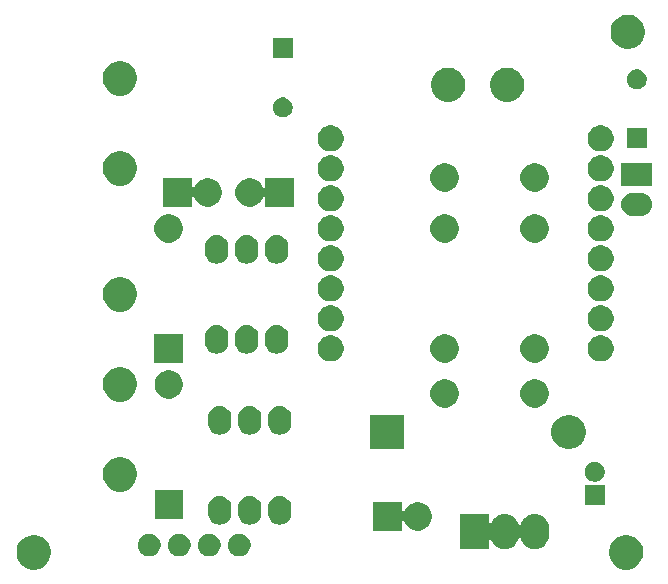
<source format=gbr>
G04 #@! TF.GenerationSoftware,KiCad,Pcbnew,5.0.2-bee76a0~70~ubuntu18.04.1*
G04 #@! TF.CreationDate,2019-09-27T11:54:25+02:00*
G04 #@! TF.ProjectId,Radiateur wemos,52616469-6174-4657-9572-2077656d6f73,rev?*
G04 #@! TF.SameCoordinates,Original*
G04 #@! TF.FileFunction,Soldermask,Bot*
G04 #@! TF.FilePolarity,Negative*
%FSLAX46Y46*%
G04 Gerber Fmt 4.6, Leading zero omitted, Abs format (unit mm)*
G04 Created by KiCad (PCBNEW 5.0.2-bee76a0~70~ubuntu18.04.1) date ven. 27 sept. 2019 11:54:25 CEST*
%MOMM*%
%LPD*%
G01*
G04 APERTURE LIST*
%ADD10C,0.100000*%
G04 APERTURE END LIST*
D10*
G36*
X133899947Y-109095722D02*
X134163833Y-109205027D01*
X134401324Y-109363713D01*
X134603287Y-109565676D01*
X134761973Y-109803167D01*
X134871278Y-110067053D01*
X134927000Y-110347186D01*
X134927000Y-110632814D01*
X134871278Y-110912947D01*
X134761973Y-111176833D01*
X134603287Y-111414324D01*
X134401324Y-111616287D01*
X134163833Y-111774973D01*
X133899947Y-111884278D01*
X133619814Y-111940000D01*
X133334186Y-111940000D01*
X133054053Y-111884278D01*
X132790167Y-111774973D01*
X132552676Y-111616287D01*
X132350713Y-111414324D01*
X132192027Y-111176833D01*
X132082722Y-110912947D01*
X132027000Y-110632814D01*
X132027000Y-110347186D01*
X132082722Y-110067053D01*
X132192027Y-109803167D01*
X132350713Y-109565676D01*
X132552676Y-109363713D01*
X132790167Y-109205027D01*
X133054053Y-109095722D01*
X133334186Y-109040000D01*
X133619814Y-109040000D01*
X133899947Y-109095722D01*
X133899947Y-109095722D01*
G37*
G36*
X83734947Y-109095722D02*
X83998833Y-109205027D01*
X84236324Y-109363713D01*
X84438287Y-109565676D01*
X84596973Y-109803167D01*
X84706278Y-110067053D01*
X84762000Y-110347186D01*
X84762000Y-110632814D01*
X84706278Y-110912947D01*
X84596973Y-111176833D01*
X84438287Y-111414324D01*
X84236324Y-111616287D01*
X83998833Y-111774973D01*
X83734947Y-111884278D01*
X83454814Y-111940000D01*
X83169186Y-111940000D01*
X82889053Y-111884278D01*
X82625167Y-111774973D01*
X82387676Y-111616287D01*
X82185713Y-111414324D01*
X82027027Y-111176833D01*
X81917722Y-110912947D01*
X81862000Y-110632814D01*
X81862000Y-110347186D01*
X81917722Y-110067053D01*
X82027027Y-109803167D01*
X82185713Y-109565676D01*
X82387676Y-109363713D01*
X82625167Y-109205027D01*
X82889053Y-109095722D01*
X83169186Y-109040000D01*
X83454814Y-109040000D01*
X83734947Y-109095722D01*
X83734947Y-109095722D01*
G37*
G36*
X100991603Y-108929968D02*
X100991606Y-108929969D01*
X100991605Y-108929969D01*
X101166678Y-109002486D01*
X101166679Y-109002487D01*
X101324241Y-109107767D01*
X101458233Y-109241759D01*
X101458234Y-109241761D01*
X101563514Y-109399322D01*
X101601391Y-109490766D01*
X101636032Y-109574397D01*
X101673000Y-109760250D01*
X101673000Y-109949750D01*
X101636032Y-110135603D01*
X101636031Y-110135605D01*
X101563514Y-110310678D01*
X101563513Y-110310679D01*
X101458233Y-110468241D01*
X101324241Y-110602233D01*
X101278475Y-110632813D01*
X101166678Y-110707514D01*
X101031266Y-110763603D01*
X100991603Y-110780032D01*
X100805750Y-110817000D01*
X100616250Y-110817000D01*
X100430397Y-110780032D01*
X100390734Y-110763603D01*
X100255322Y-110707514D01*
X100143525Y-110632813D01*
X100097759Y-110602233D01*
X99963767Y-110468241D01*
X99858487Y-110310679D01*
X99858486Y-110310678D01*
X99785969Y-110135605D01*
X99785968Y-110135603D01*
X99749000Y-109949750D01*
X99749000Y-109760250D01*
X99785968Y-109574397D01*
X99820609Y-109490766D01*
X99858486Y-109399322D01*
X99963766Y-109241761D01*
X99963767Y-109241759D01*
X100097759Y-109107767D01*
X100255321Y-109002487D01*
X100255322Y-109002486D01*
X100430395Y-108929969D01*
X100430394Y-108929969D01*
X100430397Y-108929968D01*
X100616250Y-108893000D01*
X100805750Y-108893000D01*
X100991603Y-108929968D01*
X100991603Y-108929968D01*
G37*
G36*
X93371603Y-108929968D02*
X93371606Y-108929969D01*
X93371605Y-108929969D01*
X93546678Y-109002486D01*
X93546679Y-109002487D01*
X93704241Y-109107767D01*
X93838233Y-109241759D01*
X93838234Y-109241761D01*
X93943514Y-109399322D01*
X93981391Y-109490766D01*
X94016032Y-109574397D01*
X94053000Y-109760250D01*
X94053000Y-109949750D01*
X94016032Y-110135603D01*
X94016031Y-110135605D01*
X93943514Y-110310678D01*
X93943513Y-110310679D01*
X93838233Y-110468241D01*
X93704241Y-110602233D01*
X93658475Y-110632813D01*
X93546678Y-110707514D01*
X93411266Y-110763603D01*
X93371603Y-110780032D01*
X93185750Y-110817000D01*
X92996250Y-110817000D01*
X92810397Y-110780032D01*
X92770734Y-110763603D01*
X92635322Y-110707514D01*
X92523525Y-110632813D01*
X92477759Y-110602233D01*
X92343767Y-110468241D01*
X92238487Y-110310679D01*
X92238486Y-110310678D01*
X92165969Y-110135605D01*
X92165968Y-110135603D01*
X92129000Y-109949750D01*
X92129000Y-109760250D01*
X92165968Y-109574397D01*
X92200609Y-109490766D01*
X92238486Y-109399322D01*
X92343766Y-109241761D01*
X92343767Y-109241759D01*
X92477759Y-109107767D01*
X92635321Y-109002487D01*
X92635322Y-109002486D01*
X92810395Y-108929969D01*
X92810394Y-108929969D01*
X92810397Y-108929968D01*
X92996250Y-108893000D01*
X93185750Y-108893000D01*
X93371603Y-108929968D01*
X93371603Y-108929968D01*
G37*
G36*
X95911603Y-108929968D02*
X95911606Y-108929969D01*
X95911605Y-108929969D01*
X96086678Y-109002486D01*
X96086679Y-109002487D01*
X96244241Y-109107767D01*
X96378233Y-109241759D01*
X96378234Y-109241761D01*
X96483514Y-109399322D01*
X96521391Y-109490766D01*
X96556032Y-109574397D01*
X96593000Y-109760250D01*
X96593000Y-109949750D01*
X96556032Y-110135603D01*
X96556031Y-110135605D01*
X96483514Y-110310678D01*
X96483513Y-110310679D01*
X96378233Y-110468241D01*
X96244241Y-110602233D01*
X96198475Y-110632813D01*
X96086678Y-110707514D01*
X95951266Y-110763603D01*
X95911603Y-110780032D01*
X95725750Y-110817000D01*
X95536250Y-110817000D01*
X95350397Y-110780032D01*
X95310734Y-110763603D01*
X95175322Y-110707514D01*
X95063525Y-110632813D01*
X95017759Y-110602233D01*
X94883767Y-110468241D01*
X94778487Y-110310679D01*
X94778486Y-110310678D01*
X94705969Y-110135605D01*
X94705968Y-110135603D01*
X94669000Y-109949750D01*
X94669000Y-109760250D01*
X94705968Y-109574397D01*
X94740609Y-109490766D01*
X94778486Y-109399322D01*
X94883766Y-109241761D01*
X94883767Y-109241759D01*
X95017759Y-109107767D01*
X95175321Y-109002487D01*
X95175322Y-109002486D01*
X95350395Y-108929969D01*
X95350394Y-108929969D01*
X95350397Y-108929968D01*
X95536250Y-108893000D01*
X95725750Y-108893000D01*
X95911603Y-108929968D01*
X95911603Y-108929968D01*
G37*
G36*
X98451603Y-108929968D02*
X98451606Y-108929969D01*
X98451605Y-108929969D01*
X98626678Y-109002486D01*
X98626679Y-109002487D01*
X98784241Y-109107767D01*
X98918233Y-109241759D01*
X98918234Y-109241761D01*
X99023514Y-109399322D01*
X99061391Y-109490766D01*
X99096032Y-109574397D01*
X99133000Y-109760250D01*
X99133000Y-109949750D01*
X99096032Y-110135603D01*
X99096031Y-110135605D01*
X99023514Y-110310678D01*
X99023513Y-110310679D01*
X98918233Y-110468241D01*
X98784241Y-110602233D01*
X98738475Y-110632813D01*
X98626678Y-110707514D01*
X98491266Y-110763603D01*
X98451603Y-110780032D01*
X98265750Y-110817000D01*
X98076250Y-110817000D01*
X97890397Y-110780032D01*
X97850734Y-110763603D01*
X97715322Y-110707514D01*
X97603525Y-110632813D01*
X97557759Y-110602233D01*
X97423767Y-110468241D01*
X97318487Y-110310679D01*
X97318486Y-110310678D01*
X97245969Y-110135605D01*
X97245968Y-110135603D01*
X97209000Y-109949750D01*
X97209000Y-109760250D01*
X97245968Y-109574397D01*
X97280609Y-109490766D01*
X97318486Y-109399322D01*
X97423766Y-109241761D01*
X97423767Y-109241759D01*
X97557759Y-109107767D01*
X97715321Y-109002487D01*
X97715322Y-109002486D01*
X97890395Y-108929969D01*
X97890394Y-108929969D01*
X97890397Y-108929968D01*
X98076250Y-108893000D01*
X98265750Y-108893000D01*
X98451603Y-108929968D01*
X98451603Y-108929968D01*
G37*
G36*
X125965240Y-107229363D02*
X126191441Y-107297981D01*
X126191443Y-107297982D01*
X126191446Y-107297983D01*
X126399905Y-107409406D01*
X126399908Y-107409408D01*
X126399909Y-107409409D01*
X126582634Y-107559366D01*
X126582635Y-107559368D01*
X126582637Y-107559369D01*
X126732592Y-107742090D01*
X126844017Y-107950553D01*
X126844017Y-107950554D01*
X126844019Y-107950558D01*
X126912637Y-108176759D01*
X126930000Y-108353050D01*
X126930000Y-109070949D01*
X126912637Y-109247240D01*
X126887250Y-109330929D01*
X126844018Y-109473446D01*
X126732592Y-109681910D01*
X126582634Y-109864634D01*
X126399910Y-110014592D01*
X126191447Y-110126017D01*
X126191444Y-110126018D01*
X126191442Y-110126019D01*
X125965241Y-110194637D01*
X125730000Y-110217806D01*
X125494760Y-110194637D01*
X125268559Y-110126019D01*
X125268557Y-110126018D01*
X125268554Y-110126017D01*
X125060091Y-110014592D01*
X124877367Y-109864634D01*
X124727408Y-109681910D01*
X124615982Y-109473446D01*
X124593497Y-109399322D01*
X124579616Y-109353565D01*
X124570240Y-109330929D01*
X124556626Y-109310555D01*
X124539299Y-109293228D01*
X124518925Y-109279614D01*
X124496286Y-109270236D01*
X124472252Y-109265456D01*
X124447748Y-109265456D01*
X124423715Y-109270236D01*
X124401075Y-109279614D01*
X124380701Y-109293228D01*
X124363374Y-109310555D01*
X124349760Y-109330929D01*
X124340383Y-109353567D01*
X124337305Y-109363713D01*
X124304018Y-109473446D01*
X124192592Y-109681910D01*
X124042634Y-109864634D01*
X123859910Y-110014592D01*
X123651447Y-110126017D01*
X123651444Y-110126018D01*
X123651442Y-110126019D01*
X123425241Y-110194637D01*
X123190000Y-110217806D01*
X122954760Y-110194637D01*
X122728559Y-110126019D01*
X122728557Y-110126018D01*
X122728554Y-110126017D01*
X122520091Y-110014592D01*
X122337367Y-109864634D01*
X122187408Y-109681910D01*
X122085240Y-109490766D01*
X122071626Y-109470391D01*
X122054299Y-109453064D01*
X122033925Y-109439450D01*
X122011286Y-109430073D01*
X121987252Y-109425292D01*
X121962748Y-109425292D01*
X121938715Y-109430072D01*
X121916076Y-109439450D01*
X121895701Y-109453064D01*
X121878374Y-109470391D01*
X121864760Y-109490765D01*
X121855383Y-109513404D01*
X121850602Y-109537438D01*
X121850000Y-109549690D01*
X121850000Y-110212000D01*
X119450000Y-110212000D01*
X119450000Y-107212000D01*
X121850000Y-107212000D01*
X121850000Y-107874311D01*
X121852402Y-107898697D01*
X121859515Y-107922146D01*
X121871066Y-107943757D01*
X121886612Y-107962699D01*
X121905554Y-107978245D01*
X121927165Y-107989796D01*
X121950614Y-107996909D01*
X121975000Y-107999311D01*
X121999386Y-107996909D01*
X122022835Y-107989796D01*
X122044446Y-107978245D01*
X122063388Y-107962699D01*
X122078934Y-107943757D01*
X122085240Y-107933235D01*
X122187406Y-107742095D01*
X122228305Y-107692259D01*
X122337366Y-107559366D01*
X122337368Y-107559365D01*
X122337369Y-107559363D01*
X122520090Y-107409408D01*
X122728553Y-107297983D01*
X122728556Y-107297982D01*
X122728558Y-107297981D01*
X122954759Y-107229363D01*
X123190000Y-107206194D01*
X123425240Y-107229363D01*
X123651441Y-107297981D01*
X123651443Y-107297982D01*
X123651446Y-107297983D01*
X123859905Y-107409406D01*
X123859908Y-107409408D01*
X123859909Y-107409409D01*
X124042634Y-107559366D01*
X124042635Y-107559368D01*
X124042637Y-107559369D01*
X124192592Y-107742090D01*
X124304018Y-107950554D01*
X124307702Y-107962699D01*
X124340384Y-108070435D01*
X124349760Y-108093071D01*
X124363374Y-108113445D01*
X124380701Y-108130772D01*
X124401075Y-108144386D01*
X124423714Y-108153764D01*
X124447748Y-108158544D01*
X124472252Y-108158544D01*
X124496285Y-108153764D01*
X124518925Y-108144386D01*
X124539299Y-108130772D01*
X124556626Y-108113445D01*
X124570240Y-108093071D01*
X124579617Y-108070432D01*
X124615980Y-107950559D01*
X124727406Y-107742095D01*
X124768305Y-107692259D01*
X124877366Y-107559366D01*
X124877368Y-107559365D01*
X124877369Y-107559363D01*
X125060090Y-107409408D01*
X125268553Y-107297983D01*
X125268556Y-107297982D01*
X125268558Y-107297981D01*
X125494759Y-107229363D01*
X125730000Y-107206194D01*
X125965240Y-107229363D01*
X125965240Y-107229363D01*
G37*
G36*
X114484000Y-106912877D02*
X114486402Y-106937263D01*
X114493515Y-106960712D01*
X114505066Y-106982323D01*
X114520612Y-107001265D01*
X114539554Y-107016811D01*
X114561165Y-107028362D01*
X114584614Y-107035475D01*
X114609000Y-107037877D01*
X114633386Y-107035475D01*
X114656835Y-107028362D01*
X114678446Y-107016811D01*
X114697388Y-107001265D01*
X114712934Y-106982323D01*
X114724485Y-106960712D01*
X114760573Y-106873588D01*
X114891901Y-106677042D01*
X115059042Y-106509901D01*
X115255588Y-106378573D01*
X115473974Y-106288115D01*
X115705809Y-106242000D01*
X115942191Y-106242000D01*
X116174026Y-106288115D01*
X116392412Y-106378573D01*
X116588958Y-106509901D01*
X116756099Y-106677042D01*
X116887427Y-106873588D01*
X116977885Y-107091974D01*
X117024000Y-107323809D01*
X117024000Y-107560191D01*
X116977885Y-107792026D01*
X116887427Y-108010412D01*
X116756099Y-108206958D01*
X116588958Y-108374099D01*
X116392412Y-108505427D01*
X116174026Y-108595885D01*
X115942191Y-108642000D01*
X115705809Y-108642000D01*
X115473974Y-108595885D01*
X115255588Y-108505427D01*
X115059042Y-108374099D01*
X114891901Y-108206958D01*
X114760573Y-108010412D01*
X114724485Y-107923288D01*
X114712934Y-107901677D01*
X114697388Y-107882735D01*
X114678446Y-107867189D01*
X114656835Y-107855638D01*
X114633386Y-107848525D01*
X114609000Y-107846123D01*
X114584614Y-107848525D01*
X114561165Y-107855638D01*
X114539554Y-107867189D01*
X114520612Y-107882735D01*
X114505066Y-107901677D01*
X114493515Y-107923288D01*
X114486402Y-107946737D01*
X114484000Y-107971123D01*
X114484000Y-108642000D01*
X112084000Y-108642000D01*
X112084000Y-106242000D01*
X114484000Y-106242000D01*
X114484000Y-106912877D01*
X114484000Y-106912877D01*
G37*
G36*
X101796029Y-105748469D02*
X101796032Y-105748470D01*
X101796033Y-105748470D01*
X101984534Y-105805651D01*
X101984536Y-105805652D01*
X101984539Y-105805653D01*
X102158258Y-105898507D01*
X102310528Y-106023472D01*
X102435491Y-106175740D01*
X102435492Y-106175742D01*
X102528349Y-106349465D01*
X102578260Y-106514000D01*
X102585531Y-106537970D01*
X102600000Y-106684876D01*
X102600000Y-107183123D01*
X102585531Y-107330029D01*
X102585530Y-107330032D01*
X102585530Y-107330033D01*
X102528349Y-107518535D01*
X102528347Y-107518539D01*
X102435493Y-107692258D01*
X102310528Y-107844528D01*
X102158260Y-107969491D01*
X102102471Y-107999311D01*
X101984535Y-108062349D01*
X101796034Y-108119530D01*
X101796033Y-108119530D01*
X101796030Y-108119531D01*
X101600000Y-108138838D01*
X101403971Y-108119531D01*
X101403968Y-108119530D01*
X101403967Y-108119530D01*
X101215466Y-108062349D01*
X101097530Y-107999311D01*
X101041741Y-107969491D01*
X100889473Y-107844528D01*
X100764509Y-107692259D01*
X100671652Y-107518537D01*
X100614469Y-107330030D01*
X100600000Y-107183124D01*
X100600000Y-106684877D01*
X100614469Y-106537971D01*
X100614470Y-106537967D01*
X100671651Y-106349466D01*
X100671652Y-106349464D01*
X100671653Y-106349461D01*
X100764507Y-106175742D01*
X100889472Y-106023472D01*
X101041740Y-105898509D01*
X101215463Y-105805652D01*
X101215465Y-105805651D01*
X101403966Y-105748470D01*
X101403967Y-105748470D01*
X101403970Y-105748469D01*
X101600000Y-105729162D01*
X101796029Y-105748469D01*
X101796029Y-105748469D01*
G37*
G36*
X104336029Y-105748469D02*
X104336032Y-105748470D01*
X104336033Y-105748470D01*
X104524534Y-105805651D01*
X104524536Y-105805652D01*
X104524539Y-105805653D01*
X104698258Y-105898507D01*
X104850528Y-106023472D01*
X104975491Y-106175740D01*
X104975492Y-106175742D01*
X105068349Y-106349465D01*
X105118260Y-106514000D01*
X105125531Y-106537970D01*
X105140000Y-106684876D01*
X105140000Y-107183123D01*
X105125531Y-107330029D01*
X105125530Y-107330032D01*
X105125530Y-107330033D01*
X105068349Y-107518535D01*
X105068347Y-107518539D01*
X104975493Y-107692258D01*
X104850528Y-107844528D01*
X104698260Y-107969491D01*
X104642471Y-107999311D01*
X104524535Y-108062349D01*
X104336034Y-108119530D01*
X104336033Y-108119530D01*
X104336030Y-108119531D01*
X104140000Y-108138838D01*
X103943971Y-108119531D01*
X103943968Y-108119530D01*
X103943967Y-108119530D01*
X103755466Y-108062349D01*
X103637530Y-107999311D01*
X103581741Y-107969491D01*
X103429473Y-107844528D01*
X103304509Y-107692259D01*
X103211652Y-107518537D01*
X103154469Y-107330030D01*
X103140000Y-107183124D01*
X103140000Y-106684877D01*
X103154469Y-106537971D01*
X103154470Y-106537967D01*
X103211651Y-106349466D01*
X103211652Y-106349464D01*
X103211653Y-106349461D01*
X103304507Y-106175742D01*
X103429472Y-106023472D01*
X103581740Y-105898509D01*
X103755463Y-105805652D01*
X103755465Y-105805651D01*
X103943966Y-105748470D01*
X103943967Y-105748470D01*
X103943970Y-105748469D01*
X104140000Y-105729162D01*
X104336029Y-105748469D01*
X104336029Y-105748469D01*
G37*
G36*
X99256029Y-105748469D02*
X99256032Y-105748470D01*
X99256033Y-105748470D01*
X99444534Y-105805651D01*
X99444536Y-105805652D01*
X99444539Y-105805653D01*
X99618258Y-105898507D01*
X99770528Y-106023472D01*
X99895491Y-106175740D01*
X99895492Y-106175742D01*
X99988349Y-106349465D01*
X100038260Y-106514000D01*
X100045531Y-106537970D01*
X100060000Y-106684876D01*
X100060000Y-107183123D01*
X100045531Y-107330029D01*
X100045530Y-107330032D01*
X100045530Y-107330033D01*
X99988349Y-107518535D01*
X99988347Y-107518539D01*
X99895493Y-107692258D01*
X99770528Y-107844528D01*
X99618260Y-107969491D01*
X99562471Y-107999311D01*
X99444535Y-108062349D01*
X99256034Y-108119530D01*
X99256033Y-108119530D01*
X99256030Y-108119531D01*
X99060000Y-108138838D01*
X98863971Y-108119531D01*
X98863968Y-108119530D01*
X98863967Y-108119530D01*
X98675466Y-108062349D01*
X98557530Y-107999311D01*
X98501741Y-107969491D01*
X98349473Y-107844528D01*
X98224509Y-107692259D01*
X98131652Y-107518537D01*
X98074469Y-107330030D01*
X98060000Y-107183124D01*
X98060000Y-106684877D01*
X98074469Y-106537971D01*
X98074470Y-106537967D01*
X98131651Y-106349466D01*
X98131652Y-106349464D01*
X98131653Y-106349461D01*
X98224507Y-106175742D01*
X98349472Y-106023472D01*
X98501740Y-105898509D01*
X98675463Y-105805652D01*
X98675465Y-105805651D01*
X98863966Y-105748470D01*
X98863967Y-105748470D01*
X98863970Y-105748469D01*
X99060000Y-105729162D01*
X99256029Y-105748469D01*
X99256029Y-105748469D01*
G37*
G36*
X95946570Y-107625490D02*
X93547590Y-107625490D01*
X93547590Y-105226510D01*
X95946570Y-105226510D01*
X95946570Y-107625490D01*
X95946570Y-107625490D01*
G37*
G36*
X131660000Y-106514000D02*
X129960000Y-106514000D01*
X129960000Y-104814000D01*
X131660000Y-104814000D01*
X131660000Y-106514000D01*
X131660000Y-106514000D01*
G37*
G36*
X91036947Y-102491722D02*
X91300833Y-102601027D01*
X91538324Y-102759713D01*
X91740287Y-102961676D01*
X91898973Y-103199167D01*
X92008278Y-103463053D01*
X92064000Y-103743186D01*
X92064000Y-104028814D01*
X92008278Y-104308947D01*
X91898973Y-104572833D01*
X91740287Y-104810324D01*
X91538324Y-105012287D01*
X91300833Y-105170973D01*
X91036947Y-105280278D01*
X90756814Y-105336000D01*
X90471186Y-105336000D01*
X90191053Y-105280278D01*
X89927167Y-105170973D01*
X89689676Y-105012287D01*
X89487713Y-104810324D01*
X89329027Y-104572833D01*
X89219722Y-104308947D01*
X89164000Y-104028814D01*
X89164000Y-103743186D01*
X89219722Y-103463053D01*
X89329027Y-103199167D01*
X89487713Y-102961676D01*
X89689676Y-102759713D01*
X89927167Y-102601027D01*
X90191053Y-102491722D01*
X90471186Y-102436000D01*
X90756814Y-102436000D01*
X91036947Y-102491722D01*
X91036947Y-102491722D01*
G37*
G36*
X131057934Y-102846664D02*
X131212627Y-102910740D01*
X131351847Y-103003764D01*
X131470236Y-103122153D01*
X131563260Y-103261373D01*
X131627336Y-103416066D01*
X131660000Y-103580281D01*
X131660000Y-103747719D01*
X131627336Y-103911934D01*
X131563260Y-104066627D01*
X131470236Y-104205847D01*
X131351847Y-104324236D01*
X131212627Y-104417260D01*
X131057934Y-104481336D01*
X130893719Y-104514000D01*
X130726281Y-104514000D01*
X130562066Y-104481336D01*
X130407373Y-104417260D01*
X130268153Y-104324236D01*
X130149764Y-104205847D01*
X130056740Y-104066627D01*
X129992664Y-103911934D01*
X129960000Y-103747719D01*
X129960000Y-103580281D01*
X129992664Y-103416066D01*
X130056740Y-103261373D01*
X130149764Y-103122153D01*
X130268153Y-103003764D01*
X130407373Y-102910740D01*
X130562066Y-102846664D01*
X130726281Y-102814000D01*
X130893719Y-102814000D01*
X131057934Y-102846664D01*
X131057934Y-102846664D01*
G37*
G36*
X114654000Y-101748000D02*
X111754000Y-101748000D01*
X111754000Y-98848000D01*
X114654000Y-98848000D01*
X114654000Y-101748000D01*
X114654000Y-101748000D01*
G37*
G36*
X129026947Y-98903722D02*
X129290833Y-99013027D01*
X129528324Y-99171713D01*
X129730287Y-99373676D01*
X129888973Y-99611167D01*
X129998278Y-99875053D01*
X130054000Y-100155186D01*
X130054000Y-100440814D01*
X129998278Y-100720947D01*
X129888973Y-100984833D01*
X129730287Y-101222324D01*
X129528324Y-101424287D01*
X129290833Y-101582973D01*
X129026947Y-101692278D01*
X128746814Y-101748000D01*
X128461186Y-101748000D01*
X128181053Y-101692278D01*
X127917167Y-101582973D01*
X127679676Y-101424287D01*
X127477713Y-101222324D01*
X127319027Y-100984833D01*
X127209722Y-100720947D01*
X127154000Y-100440814D01*
X127154000Y-100155186D01*
X127209722Y-99875053D01*
X127319027Y-99611167D01*
X127477713Y-99373676D01*
X127679676Y-99171713D01*
X127917167Y-99013027D01*
X128181053Y-98903722D01*
X128461186Y-98848000D01*
X128746814Y-98848000D01*
X129026947Y-98903722D01*
X129026947Y-98903722D01*
G37*
G36*
X99256029Y-98128469D02*
X99256032Y-98128470D01*
X99256033Y-98128470D01*
X99444534Y-98185651D01*
X99444536Y-98185652D01*
X99444539Y-98185653D01*
X99618258Y-98278507D01*
X99770528Y-98403472D01*
X99895491Y-98555740D01*
X99988348Y-98729463D01*
X100045531Y-98917970D01*
X100060000Y-99064876D01*
X100060000Y-99563123D01*
X100045531Y-99710029D01*
X100045530Y-99710032D01*
X100045530Y-99710033D01*
X99988349Y-99898535D01*
X99988347Y-99898539D01*
X99895493Y-100072258D01*
X99770528Y-100224528D01*
X99618260Y-100349491D01*
X99618258Y-100349492D01*
X99444535Y-100442349D01*
X99256034Y-100499530D01*
X99256033Y-100499530D01*
X99256030Y-100499531D01*
X99060000Y-100518838D01*
X98863971Y-100499531D01*
X98863968Y-100499530D01*
X98863967Y-100499530D01*
X98675466Y-100442349D01*
X98501743Y-100349492D01*
X98501741Y-100349491D01*
X98349473Y-100224528D01*
X98224509Y-100072259D01*
X98131652Y-99898537D01*
X98124528Y-99875051D01*
X98074470Y-99710034D01*
X98074470Y-99710033D01*
X98074469Y-99710030D01*
X98060000Y-99563124D01*
X98060000Y-99064877D01*
X98074469Y-98917971D01*
X98074470Y-98917967D01*
X98131651Y-98729466D01*
X98131652Y-98729464D01*
X98131653Y-98729461D01*
X98224507Y-98555742D01*
X98349472Y-98403472D01*
X98501740Y-98278509D01*
X98675463Y-98185652D01*
X98675465Y-98185651D01*
X98863966Y-98128470D01*
X98863967Y-98128470D01*
X98863970Y-98128469D01*
X99060000Y-98109162D01*
X99256029Y-98128469D01*
X99256029Y-98128469D01*
G37*
G36*
X104336029Y-98128469D02*
X104336032Y-98128470D01*
X104336033Y-98128470D01*
X104524534Y-98185651D01*
X104524536Y-98185652D01*
X104524539Y-98185653D01*
X104698258Y-98278507D01*
X104850528Y-98403472D01*
X104975491Y-98555740D01*
X105068348Y-98729463D01*
X105125531Y-98917970D01*
X105140000Y-99064876D01*
X105140000Y-99563123D01*
X105125531Y-99710029D01*
X105125530Y-99710032D01*
X105125530Y-99710033D01*
X105068349Y-99898535D01*
X105068347Y-99898539D01*
X104975493Y-100072258D01*
X104850528Y-100224528D01*
X104698260Y-100349491D01*
X104698258Y-100349492D01*
X104524535Y-100442349D01*
X104336034Y-100499530D01*
X104336033Y-100499530D01*
X104336030Y-100499531D01*
X104140000Y-100518838D01*
X103943971Y-100499531D01*
X103943968Y-100499530D01*
X103943967Y-100499530D01*
X103755466Y-100442349D01*
X103581743Y-100349492D01*
X103581741Y-100349491D01*
X103429473Y-100224528D01*
X103304509Y-100072259D01*
X103211652Y-99898537D01*
X103204528Y-99875051D01*
X103154470Y-99710034D01*
X103154470Y-99710033D01*
X103154469Y-99710030D01*
X103140000Y-99563124D01*
X103140000Y-99064877D01*
X103154469Y-98917971D01*
X103154470Y-98917967D01*
X103211651Y-98729466D01*
X103211652Y-98729464D01*
X103211653Y-98729461D01*
X103304507Y-98555742D01*
X103429472Y-98403472D01*
X103581740Y-98278509D01*
X103755463Y-98185652D01*
X103755465Y-98185651D01*
X103943966Y-98128470D01*
X103943967Y-98128470D01*
X103943970Y-98128469D01*
X104140000Y-98109162D01*
X104336029Y-98128469D01*
X104336029Y-98128469D01*
G37*
G36*
X101796029Y-98128469D02*
X101796032Y-98128470D01*
X101796033Y-98128470D01*
X101984534Y-98185651D01*
X101984536Y-98185652D01*
X101984539Y-98185653D01*
X102158258Y-98278507D01*
X102310528Y-98403472D01*
X102435491Y-98555740D01*
X102528348Y-98729463D01*
X102585531Y-98917970D01*
X102600000Y-99064876D01*
X102600000Y-99563123D01*
X102585531Y-99710029D01*
X102585530Y-99710032D01*
X102585530Y-99710033D01*
X102528349Y-99898535D01*
X102528347Y-99898539D01*
X102435493Y-100072258D01*
X102310528Y-100224528D01*
X102158260Y-100349491D01*
X102158258Y-100349492D01*
X101984535Y-100442349D01*
X101796034Y-100499530D01*
X101796033Y-100499530D01*
X101796030Y-100499531D01*
X101600000Y-100518838D01*
X101403971Y-100499531D01*
X101403968Y-100499530D01*
X101403967Y-100499530D01*
X101215466Y-100442349D01*
X101041743Y-100349492D01*
X101041741Y-100349491D01*
X100889473Y-100224528D01*
X100764509Y-100072259D01*
X100671652Y-99898537D01*
X100664528Y-99875051D01*
X100614470Y-99710034D01*
X100614470Y-99710033D01*
X100614469Y-99710030D01*
X100600000Y-99563124D01*
X100600000Y-99064877D01*
X100614469Y-98917971D01*
X100614470Y-98917967D01*
X100671651Y-98729466D01*
X100671652Y-98729464D01*
X100671653Y-98729461D01*
X100764507Y-98555742D01*
X100889472Y-98403472D01*
X101041740Y-98278509D01*
X101215463Y-98185652D01*
X101215465Y-98185651D01*
X101403966Y-98128470D01*
X101403967Y-98128470D01*
X101403970Y-98128469D01*
X101600000Y-98109162D01*
X101796029Y-98128469D01*
X101796029Y-98128469D01*
G37*
G36*
X126079876Y-95874605D02*
X126298172Y-95965026D01*
X126494633Y-96096297D01*
X126661703Y-96263367D01*
X126792974Y-96459828D01*
X126883395Y-96678124D01*
X126929490Y-96909859D01*
X126929490Y-97146141D01*
X126883395Y-97377876D01*
X126792974Y-97596172D01*
X126661703Y-97792633D01*
X126494633Y-97959703D01*
X126298172Y-98090974D01*
X126079876Y-98181395D01*
X125848141Y-98227490D01*
X125611859Y-98227490D01*
X125380124Y-98181395D01*
X125161828Y-98090974D01*
X124965367Y-97959703D01*
X124798297Y-97792633D01*
X124667026Y-97596172D01*
X124576605Y-97377876D01*
X124530510Y-97146141D01*
X124530510Y-96909859D01*
X124576605Y-96678124D01*
X124667026Y-96459828D01*
X124798297Y-96263367D01*
X124965367Y-96096297D01*
X125161828Y-95965026D01*
X125380124Y-95874605D01*
X125611859Y-95828510D01*
X125848141Y-95828510D01*
X126079876Y-95874605D01*
X126079876Y-95874605D01*
G37*
G36*
X118459876Y-95874605D02*
X118678172Y-95965026D01*
X118874633Y-96096297D01*
X119041703Y-96263367D01*
X119172974Y-96459828D01*
X119263395Y-96678124D01*
X119309490Y-96909859D01*
X119309490Y-97146141D01*
X119263395Y-97377876D01*
X119172974Y-97596172D01*
X119041703Y-97792633D01*
X118874633Y-97959703D01*
X118678172Y-98090974D01*
X118459876Y-98181395D01*
X118228141Y-98227490D01*
X117991859Y-98227490D01*
X117760124Y-98181395D01*
X117541828Y-98090974D01*
X117345367Y-97959703D01*
X117178297Y-97792633D01*
X117047026Y-97596172D01*
X116956605Y-97377876D01*
X116910510Y-97146141D01*
X116910510Y-96909859D01*
X116956605Y-96678124D01*
X117047026Y-96459828D01*
X117178297Y-96263367D01*
X117345367Y-96096297D01*
X117541828Y-95965026D01*
X117760124Y-95874605D01*
X117991859Y-95828510D01*
X118228141Y-95828510D01*
X118459876Y-95874605D01*
X118459876Y-95874605D01*
G37*
G36*
X91036947Y-94871722D02*
X91300833Y-94981027D01*
X91538324Y-95139713D01*
X91740287Y-95341676D01*
X91898973Y-95579167D01*
X92008278Y-95843053D01*
X92064000Y-96123186D01*
X92064000Y-96408814D01*
X92008278Y-96688947D01*
X91898973Y-96952833D01*
X91740287Y-97190324D01*
X91538324Y-97392287D01*
X91300833Y-97550973D01*
X91036947Y-97660278D01*
X90756814Y-97716000D01*
X90471186Y-97716000D01*
X90191053Y-97660278D01*
X89927167Y-97550973D01*
X89689676Y-97392287D01*
X89487713Y-97190324D01*
X89329027Y-96952833D01*
X89219722Y-96688947D01*
X89164000Y-96408814D01*
X89164000Y-96123186D01*
X89219722Y-95843053D01*
X89329027Y-95579167D01*
X89487713Y-95341676D01*
X89689676Y-95139713D01*
X89927167Y-94981027D01*
X90191053Y-94871722D01*
X90471186Y-94816000D01*
X90756814Y-94816000D01*
X91036947Y-94871722D01*
X91036947Y-94871722D01*
G37*
G36*
X95096956Y-95112605D02*
X95315252Y-95203026D01*
X95511713Y-95334297D01*
X95678783Y-95501367D01*
X95810054Y-95697828D01*
X95900475Y-95916124D01*
X95946570Y-96147859D01*
X95946570Y-96384141D01*
X95900475Y-96615876D01*
X95810054Y-96834172D01*
X95678783Y-97030633D01*
X95511713Y-97197703D01*
X95315252Y-97328974D01*
X95096956Y-97419395D01*
X94865221Y-97465490D01*
X94628939Y-97465490D01*
X94397204Y-97419395D01*
X94178908Y-97328974D01*
X93982447Y-97197703D01*
X93815377Y-97030633D01*
X93684106Y-96834172D01*
X93593685Y-96615876D01*
X93547590Y-96384141D01*
X93547590Y-96147859D01*
X93593685Y-95916124D01*
X93684106Y-95697828D01*
X93815377Y-95501367D01*
X93982447Y-95334297D01*
X94178908Y-95203026D01*
X94397204Y-95112605D01*
X94628939Y-95066510D01*
X94865221Y-95066510D01*
X95096956Y-95112605D01*
X95096956Y-95112605D01*
G37*
G36*
X126079876Y-92064605D02*
X126298172Y-92155026D01*
X126494633Y-92286297D01*
X126661703Y-92453367D01*
X126792974Y-92649828D01*
X126883395Y-92868124D01*
X126929490Y-93099859D01*
X126929490Y-93336141D01*
X126883395Y-93567876D01*
X126792974Y-93786172D01*
X126661703Y-93982633D01*
X126494633Y-94149703D01*
X126298172Y-94280974D01*
X126079876Y-94371395D01*
X125848141Y-94417490D01*
X125611859Y-94417490D01*
X125380124Y-94371395D01*
X125161828Y-94280974D01*
X124965367Y-94149703D01*
X124798297Y-93982633D01*
X124667026Y-93786172D01*
X124576605Y-93567876D01*
X124530510Y-93336141D01*
X124530510Y-93099859D01*
X124576605Y-92868124D01*
X124667026Y-92649828D01*
X124798297Y-92453367D01*
X124965367Y-92286297D01*
X125161828Y-92155026D01*
X125380124Y-92064605D01*
X125611859Y-92018510D01*
X125848141Y-92018510D01*
X126079876Y-92064605D01*
X126079876Y-92064605D01*
G37*
G36*
X95933870Y-94417490D02*
X93534890Y-94417490D01*
X93534890Y-92018510D01*
X95933870Y-92018510D01*
X95933870Y-94417490D01*
X95933870Y-94417490D01*
G37*
G36*
X118459876Y-92064605D02*
X118678172Y-92155026D01*
X118874633Y-92286297D01*
X119041703Y-92453367D01*
X119172974Y-92649828D01*
X119263395Y-92868124D01*
X119309490Y-93099859D01*
X119309490Y-93336141D01*
X119263395Y-93567876D01*
X119172974Y-93786172D01*
X119041703Y-93982633D01*
X118874633Y-94149703D01*
X118678172Y-94280974D01*
X118459876Y-94371395D01*
X118228141Y-94417490D01*
X117991859Y-94417490D01*
X117760124Y-94371395D01*
X117541828Y-94280974D01*
X117345367Y-94149703D01*
X117178297Y-93982633D01*
X117047026Y-93786172D01*
X116956605Y-93567876D01*
X116910510Y-93336141D01*
X116910510Y-93099859D01*
X116956605Y-92868124D01*
X117047026Y-92649828D01*
X117178297Y-92453367D01*
X117345367Y-92286297D01*
X117541828Y-92155026D01*
X117760124Y-92064605D01*
X117991859Y-92018510D01*
X118228141Y-92018510D01*
X118459876Y-92064605D01*
X118459876Y-92064605D01*
G37*
G36*
X108778857Y-92160272D02*
X108979042Y-92243191D01*
X108979045Y-92243193D01*
X109043555Y-92286297D01*
X109159213Y-92363578D01*
X109312422Y-92516787D01*
X109432809Y-92696958D01*
X109515728Y-92897143D01*
X109558000Y-93109658D01*
X109558000Y-93326342D01*
X109515728Y-93538857D01*
X109432809Y-93739042D01*
X109312422Y-93919213D01*
X109159213Y-94072422D01*
X109159210Y-94072424D01*
X109159209Y-94072425D01*
X108979045Y-94192807D01*
X108979042Y-94192809D01*
X108778857Y-94275728D01*
X108566342Y-94318000D01*
X108349658Y-94318000D01*
X108137143Y-94275728D01*
X107936958Y-94192809D01*
X107936955Y-94192807D01*
X107756791Y-94072425D01*
X107756790Y-94072424D01*
X107756787Y-94072422D01*
X107603578Y-93919213D01*
X107483191Y-93739042D01*
X107400272Y-93538857D01*
X107358000Y-93326342D01*
X107358000Y-93109658D01*
X107400272Y-92897143D01*
X107483191Y-92696958D01*
X107603578Y-92516787D01*
X107756787Y-92363578D01*
X107872446Y-92286297D01*
X107936955Y-92243193D01*
X107936958Y-92243191D01*
X108137143Y-92160272D01*
X108349658Y-92118000D01*
X108566342Y-92118000D01*
X108778857Y-92160272D01*
X108778857Y-92160272D01*
G37*
G36*
X131638857Y-92160272D02*
X131839042Y-92243191D01*
X131839045Y-92243193D01*
X131903555Y-92286297D01*
X132019213Y-92363578D01*
X132172422Y-92516787D01*
X132292809Y-92696958D01*
X132375728Y-92897143D01*
X132418000Y-93109658D01*
X132418000Y-93326342D01*
X132375728Y-93538857D01*
X132292809Y-93739042D01*
X132172422Y-93919213D01*
X132019213Y-94072422D01*
X132019210Y-94072424D01*
X132019209Y-94072425D01*
X131839045Y-94192807D01*
X131839042Y-94192809D01*
X131638857Y-94275728D01*
X131426342Y-94318000D01*
X131209658Y-94318000D01*
X130997143Y-94275728D01*
X130796958Y-94192809D01*
X130796955Y-94192807D01*
X130616791Y-94072425D01*
X130616790Y-94072424D01*
X130616787Y-94072422D01*
X130463578Y-93919213D01*
X130343191Y-93739042D01*
X130260272Y-93538857D01*
X130218000Y-93326342D01*
X130218000Y-93109658D01*
X130260272Y-92897143D01*
X130343191Y-92696958D01*
X130463578Y-92516787D01*
X130616787Y-92363578D01*
X130732446Y-92286297D01*
X130796955Y-92243193D01*
X130796958Y-92243191D01*
X130997143Y-92160272D01*
X131209658Y-92118000D01*
X131426342Y-92118000D01*
X131638857Y-92160272D01*
X131638857Y-92160272D01*
G37*
G36*
X99002029Y-91270469D02*
X99002032Y-91270470D01*
X99002033Y-91270470D01*
X99190534Y-91327651D01*
X99190536Y-91327652D01*
X99190539Y-91327653D01*
X99364258Y-91420507D01*
X99516528Y-91545472D01*
X99641491Y-91697740D01*
X99734348Y-91871463D01*
X99791531Y-92059970D01*
X99806000Y-92206876D01*
X99806000Y-92705123D01*
X99791531Y-92852029D01*
X99791530Y-92852032D01*
X99791530Y-92852033D01*
X99734349Y-93040535D01*
X99734347Y-93040539D01*
X99641493Y-93214258D01*
X99516528Y-93366528D01*
X99364260Y-93491491D01*
X99275643Y-93538858D01*
X99190535Y-93584349D01*
X99002034Y-93641530D01*
X99002033Y-93641530D01*
X99002030Y-93641531D01*
X98806000Y-93660838D01*
X98609971Y-93641531D01*
X98609968Y-93641530D01*
X98609967Y-93641530D01*
X98421466Y-93584349D01*
X98336358Y-93538858D01*
X98247741Y-93491491D01*
X98095473Y-93366528D01*
X97970509Y-93214259D01*
X97877652Y-93040537D01*
X97834154Y-92897142D01*
X97820470Y-92852034D01*
X97820470Y-92852033D01*
X97820469Y-92852030D01*
X97806000Y-92705124D01*
X97806000Y-92206877D01*
X97820469Y-92059971D01*
X97820470Y-92059967D01*
X97877651Y-91871466D01*
X97877652Y-91871464D01*
X97877653Y-91871461D01*
X97970507Y-91697742D01*
X98095472Y-91545472D01*
X98247740Y-91420509D01*
X98421463Y-91327652D01*
X98421465Y-91327651D01*
X98609966Y-91270470D01*
X98609967Y-91270470D01*
X98609970Y-91270469D01*
X98806000Y-91251162D01*
X99002029Y-91270469D01*
X99002029Y-91270469D01*
G37*
G36*
X104082029Y-91270469D02*
X104082032Y-91270470D01*
X104082033Y-91270470D01*
X104270534Y-91327651D01*
X104270536Y-91327652D01*
X104270539Y-91327653D01*
X104444258Y-91420507D01*
X104596528Y-91545472D01*
X104721491Y-91697740D01*
X104814348Y-91871463D01*
X104871531Y-92059970D01*
X104886000Y-92206876D01*
X104886000Y-92705123D01*
X104871531Y-92852029D01*
X104871530Y-92852032D01*
X104871530Y-92852033D01*
X104814349Y-93040535D01*
X104814347Y-93040539D01*
X104721493Y-93214258D01*
X104596528Y-93366528D01*
X104444260Y-93491491D01*
X104355643Y-93538858D01*
X104270535Y-93584349D01*
X104082034Y-93641530D01*
X104082033Y-93641530D01*
X104082030Y-93641531D01*
X103886000Y-93660838D01*
X103689971Y-93641531D01*
X103689968Y-93641530D01*
X103689967Y-93641530D01*
X103501466Y-93584349D01*
X103416358Y-93538858D01*
X103327741Y-93491491D01*
X103175473Y-93366528D01*
X103050509Y-93214259D01*
X102957652Y-93040537D01*
X102914154Y-92897142D01*
X102900470Y-92852034D01*
X102900470Y-92852033D01*
X102900469Y-92852030D01*
X102886000Y-92705124D01*
X102886000Y-92206877D01*
X102900469Y-92059971D01*
X102900470Y-92059967D01*
X102957651Y-91871466D01*
X102957652Y-91871464D01*
X102957653Y-91871461D01*
X103050507Y-91697742D01*
X103175472Y-91545472D01*
X103327740Y-91420509D01*
X103501463Y-91327652D01*
X103501465Y-91327651D01*
X103689966Y-91270470D01*
X103689967Y-91270470D01*
X103689970Y-91270469D01*
X103886000Y-91251162D01*
X104082029Y-91270469D01*
X104082029Y-91270469D01*
G37*
G36*
X101542029Y-91270469D02*
X101542032Y-91270470D01*
X101542033Y-91270470D01*
X101730534Y-91327651D01*
X101730536Y-91327652D01*
X101730539Y-91327653D01*
X101904258Y-91420507D01*
X102056528Y-91545472D01*
X102181491Y-91697740D01*
X102274348Y-91871463D01*
X102331531Y-92059970D01*
X102346000Y-92206876D01*
X102346000Y-92705123D01*
X102331531Y-92852029D01*
X102331530Y-92852032D01*
X102331530Y-92852033D01*
X102274349Y-93040535D01*
X102274347Y-93040539D01*
X102181493Y-93214258D01*
X102056528Y-93366528D01*
X101904260Y-93491491D01*
X101815643Y-93538858D01*
X101730535Y-93584349D01*
X101542034Y-93641530D01*
X101542033Y-93641530D01*
X101542030Y-93641531D01*
X101346000Y-93660838D01*
X101149971Y-93641531D01*
X101149968Y-93641530D01*
X101149967Y-93641530D01*
X100961466Y-93584349D01*
X100876358Y-93538858D01*
X100787741Y-93491491D01*
X100635473Y-93366528D01*
X100510509Y-93214259D01*
X100417652Y-93040537D01*
X100374154Y-92897142D01*
X100360470Y-92852034D01*
X100360470Y-92852033D01*
X100360469Y-92852030D01*
X100346000Y-92705124D01*
X100346000Y-92206877D01*
X100360469Y-92059971D01*
X100360470Y-92059967D01*
X100417651Y-91871466D01*
X100417652Y-91871464D01*
X100417653Y-91871461D01*
X100510507Y-91697742D01*
X100635472Y-91545472D01*
X100787740Y-91420509D01*
X100961463Y-91327652D01*
X100961465Y-91327651D01*
X101149966Y-91270470D01*
X101149967Y-91270470D01*
X101149970Y-91270469D01*
X101346000Y-91251162D01*
X101542029Y-91270469D01*
X101542029Y-91270469D01*
G37*
G36*
X108778857Y-89620272D02*
X108979042Y-89703191D01*
X109159213Y-89823578D01*
X109312422Y-89976787D01*
X109432809Y-90156958D01*
X109515728Y-90357143D01*
X109558000Y-90569658D01*
X109558000Y-90786342D01*
X109515728Y-90998857D01*
X109432809Y-91199042D01*
X109432807Y-91199045D01*
X109346874Y-91327653D01*
X109312422Y-91379213D01*
X109159213Y-91532422D01*
X109159210Y-91532424D01*
X109159209Y-91532425D01*
X108979045Y-91652807D01*
X108979042Y-91652809D01*
X108778857Y-91735728D01*
X108566342Y-91778000D01*
X108349658Y-91778000D01*
X108137143Y-91735728D01*
X107936958Y-91652809D01*
X107936955Y-91652807D01*
X107756791Y-91532425D01*
X107756790Y-91532424D01*
X107756787Y-91532422D01*
X107603578Y-91379213D01*
X107569127Y-91327653D01*
X107483193Y-91199045D01*
X107483191Y-91199042D01*
X107400272Y-90998857D01*
X107358000Y-90786342D01*
X107358000Y-90569658D01*
X107400272Y-90357143D01*
X107483191Y-90156958D01*
X107603578Y-89976787D01*
X107756787Y-89823578D01*
X107936958Y-89703191D01*
X108137143Y-89620272D01*
X108349658Y-89578000D01*
X108566342Y-89578000D01*
X108778857Y-89620272D01*
X108778857Y-89620272D01*
G37*
G36*
X131638857Y-89620272D02*
X131839042Y-89703191D01*
X132019213Y-89823578D01*
X132172422Y-89976787D01*
X132292809Y-90156958D01*
X132375728Y-90357143D01*
X132418000Y-90569658D01*
X132418000Y-90786342D01*
X132375728Y-90998857D01*
X132292809Y-91199042D01*
X132292807Y-91199045D01*
X132206874Y-91327653D01*
X132172422Y-91379213D01*
X132019213Y-91532422D01*
X132019210Y-91532424D01*
X132019209Y-91532425D01*
X131839045Y-91652807D01*
X131839042Y-91652809D01*
X131638857Y-91735728D01*
X131426342Y-91778000D01*
X131209658Y-91778000D01*
X130997143Y-91735728D01*
X130796958Y-91652809D01*
X130796955Y-91652807D01*
X130616791Y-91532425D01*
X130616790Y-91532424D01*
X130616787Y-91532422D01*
X130463578Y-91379213D01*
X130429127Y-91327653D01*
X130343193Y-91199045D01*
X130343191Y-91199042D01*
X130260272Y-90998857D01*
X130218000Y-90786342D01*
X130218000Y-90569658D01*
X130260272Y-90357143D01*
X130343191Y-90156958D01*
X130463578Y-89976787D01*
X130616787Y-89823578D01*
X130796958Y-89703191D01*
X130997143Y-89620272D01*
X131209658Y-89578000D01*
X131426342Y-89578000D01*
X131638857Y-89620272D01*
X131638857Y-89620272D01*
G37*
G36*
X91036947Y-87251722D02*
X91300833Y-87361027D01*
X91538324Y-87519713D01*
X91740287Y-87721676D01*
X91898973Y-87959167D01*
X92008278Y-88223053D01*
X92064000Y-88503186D01*
X92064000Y-88788814D01*
X92008278Y-89068947D01*
X91898973Y-89332833D01*
X91740287Y-89570324D01*
X91538324Y-89772287D01*
X91300833Y-89930973D01*
X91036947Y-90040278D01*
X90756814Y-90096000D01*
X90471186Y-90096000D01*
X90191053Y-90040278D01*
X89927167Y-89930973D01*
X89689676Y-89772287D01*
X89487713Y-89570324D01*
X89329027Y-89332833D01*
X89219722Y-89068947D01*
X89164000Y-88788814D01*
X89164000Y-88503186D01*
X89219722Y-88223053D01*
X89329027Y-87959167D01*
X89487713Y-87721676D01*
X89689676Y-87519713D01*
X89927167Y-87361027D01*
X90191053Y-87251722D01*
X90471186Y-87196000D01*
X90756814Y-87196000D01*
X91036947Y-87251722D01*
X91036947Y-87251722D01*
G37*
G36*
X108778857Y-87080272D02*
X108979042Y-87163191D01*
X108979045Y-87163193D01*
X109111538Y-87251722D01*
X109159213Y-87283578D01*
X109312422Y-87436787D01*
X109432809Y-87616958D01*
X109515728Y-87817143D01*
X109558000Y-88029658D01*
X109558000Y-88246342D01*
X109515728Y-88458857D01*
X109432809Y-88659042D01*
X109432807Y-88659045D01*
X109346099Y-88788813D01*
X109312422Y-88839213D01*
X109159213Y-88992422D01*
X108979042Y-89112809D01*
X108778857Y-89195728D01*
X108566342Y-89238000D01*
X108349658Y-89238000D01*
X108137143Y-89195728D01*
X107936958Y-89112809D01*
X107756787Y-88992422D01*
X107603578Y-88839213D01*
X107569902Y-88788813D01*
X107483193Y-88659045D01*
X107483191Y-88659042D01*
X107400272Y-88458857D01*
X107358000Y-88246342D01*
X107358000Y-88029658D01*
X107400272Y-87817143D01*
X107483191Y-87616958D01*
X107603578Y-87436787D01*
X107756787Y-87283578D01*
X107804463Y-87251722D01*
X107936955Y-87163193D01*
X107936958Y-87163191D01*
X108137143Y-87080272D01*
X108349658Y-87038000D01*
X108566342Y-87038000D01*
X108778857Y-87080272D01*
X108778857Y-87080272D01*
G37*
G36*
X131638857Y-87080272D02*
X131839042Y-87163191D01*
X131839045Y-87163193D01*
X131971538Y-87251722D01*
X132019213Y-87283578D01*
X132172422Y-87436787D01*
X132292809Y-87616958D01*
X132375728Y-87817143D01*
X132418000Y-88029658D01*
X132418000Y-88246342D01*
X132375728Y-88458857D01*
X132292809Y-88659042D01*
X132292807Y-88659045D01*
X132206099Y-88788813D01*
X132172422Y-88839213D01*
X132019213Y-88992422D01*
X131839042Y-89112809D01*
X131638857Y-89195728D01*
X131426342Y-89238000D01*
X131209658Y-89238000D01*
X130997143Y-89195728D01*
X130796958Y-89112809D01*
X130616787Y-88992422D01*
X130463578Y-88839213D01*
X130429902Y-88788813D01*
X130343193Y-88659045D01*
X130343191Y-88659042D01*
X130260272Y-88458857D01*
X130218000Y-88246342D01*
X130218000Y-88029658D01*
X130260272Y-87817143D01*
X130343191Y-87616958D01*
X130463578Y-87436787D01*
X130616787Y-87283578D01*
X130664463Y-87251722D01*
X130796955Y-87163193D01*
X130796958Y-87163191D01*
X130997143Y-87080272D01*
X131209658Y-87038000D01*
X131426342Y-87038000D01*
X131638857Y-87080272D01*
X131638857Y-87080272D01*
G37*
G36*
X131638857Y-84540272D02*
X131839042Y-84623191D01*
X132019213Y-84743578D01*
X132172422Y-84896787D01*
X132292809Y-85076958D01*
X132375728Y-85277143D01*
X132418000Y-85489658D01*
X132418000Y-85706342D01*
X132375728Y-85918857D01*
X132292809Y-86119042D01*
X132172422Y-86299213D01*
X132019213Y-86452422D01*
X131839042Y-86572809D01*
X131638857Y-86655728D01*
X131426342Y-86698000D01*
X131209658Y-86698000D01*
X130997143Y-86655728D01*
X130796958Y-86572809D01*
X130616787Y-86452422D01*
X130463578Y-86299213D01*
X130343191Y-86119042D01*
X130260272Y-85918857D01*
X130218000Y-85706342D01*
X130218000Y-85489658D01*
X130260272Y-85277143D01*
X130343191Y-85076958D01*
X130463578Y-84896787D01*
X130616787Y-84743578D01*
X130796958Y-84623191D01*
X130997143Y-84540272D01*
X131209658Y-84498000D01*
X131426342Y-84498000D01*
X131638857Y-84540272D01*
X131638857Y-84540272D01*
G37*
G36*
X108778857Y-84540272D02*
X108979042Y-84623191D01*
X109159213Y-84743578D01*
X109312422Y-84896787D01*
X109432809Y-85076958D01*
X109515728Y-85277143D01*
X109558000Y-85489658D01*
X109558000Y-85706342D01*
X109515728Y-85918857D01*
X109432809Y-86119042D01*
X109312422Y-86299213D01*
X109159213Y-86452422D01*
X108979042Y-86572809D01*
X108778857Y-86655728D01*
X108566342Y-86698000D01*
X108349658Y-86698000D01*
X108137143Y-86655728D01*
X107936958Y-86572809D01*
X107756787Y-86452422D01*
X107603578Y-86299213D01*
X107483191Y-86119042D01*
X107400272Y-85918857D01*
X107358000Y-85706342D01*
X107358000Y-85489658D01*
X107400272Y-85277143D01*
X107483191Y-85076958D01*
X107603578Y-84896787D01*
X107756787Y-84743578D01*
X107936958Y-84623191D01*
X108137143Y-84540272D01*
X108349658Y-84498000D01*
X108566342Y-84498000D01*
X108778857Y-84540272D01*
X108778857Y-84540272D01*
G37*
G36*
X99002029Y-83650469D02*
X99002032Y-83650470D01*
X99002033Y-83650470D01*
X99190534Y-83707651D01*
X99190536Y-83707652D01*
X99190539Y-83707653D01*
X99364258Y-83800507D01*
X99516528Y-83925472D01*
X99641491Y-84077740D01*
X99661796Y-84115728D01*
X99734349Y-84251465D01*
X99791530Y-84439966D01*
X99791531Y-84439970D01*
X99806000Y-84586876D01*
X99806000Y-85085123D01*
X99791531Y-85232029D01*
X99791530Y-85232032D01*
X99791530Y-85232033D01*
X99734349Y-85420535D01*
X99734347Y-85420539D01*
X99641493Y-85594258D01*
X99516528Y-85746528D01*
X99364260Y-85871491D01*
X99275643Y-85918858D01*
X99190535Y-85964349D01*
X99002034Y-86021530D01*
X99002033Y-86021530D01*
X99002030Y-86021531D01*
X98806000Y-86040838D01*
X98609971Y-86021531D01*
X98609968Y-86021530D01*
X98609967Y-86021530D01*
X98421466Y-85964349D01*
X98336358Y-85918858D01*
X98247741Y-85871491D01*
X98095473Y-85746528D01*
X97970509Y-85594259D01*
X97877652Y-85420537D01*
X97834154Y-85277142D01*
X97820470Y-85232034D01*
X97820470Y-85232033D01*
X97820469Y-85232030D01*
X97806000Y-85085124D01*
X97806000Y-84586877D01*
X97820469Y-84439971D01*
X97820470Y-84439967D01*
X97877651Y-84251466D01*
X97877652Y-84251464D01*
X97877653Y-84251461D01*
X97970507Y-84077742D01*
X98095472Y-83925472D01*
X98247740Y-83800509D01*
X98421463Y-83707652D01*
X98421465Y-83707651D01*
X98609966Y-83650470D01*
X98609967Y-83650470D01*
X98609970Y-83650469D01*
X98806000Y-83631162D01*
X99002029Y-83650469D01*
X99002029Y-83650469D01*
G37*
G36*
X101542029Y-83650469D02*
X101542032Y-83650470D01*
X101542033Y-83650470D01*
X101730534Y-83707651D01*
X101730536Y-83707652D01*
X101730539Y-83707653D01*
X101904258Y-83800507D01*
X102056528Y-83925472D01*
X102181491Y-84077740D01*
X102201796Y-84115728D01*
X102274349Y-84251465D01*
X102331530Y-84439966D01*
X102331531Y-84439970D01*
X102346000Y-84586876D01*
X102346000Y-85085123D01*
X102331531Y-85232029D01*
X102331530Y-85232032D01*
X102331530Y-85232033D01*
X102274349Y-85420535D01*
X102274347Y-85420539D01*
X102181493Y-85594258D01*
X102056528Y-85746528D01*
X101904260Y-85871491D01*
X101815643Y-85918858D01*
X101730535Y-85964349D01*
X101542034Y-86021530D01*
X101542033Y-86021530D01*
X101542030Y-86021531D01*
X101346000Y-86040838D01*
X101149971Y-86021531D01*
X101149968Y-86021530D01*
X101149967Y-86021530D01*
X100961466Y-85964349D01*
X100876358Y-85918858D01*
X100787741Y-85871491D01*
X100635473Y-85746528D01*
X100510509Y-85594259D01*
X100417652Y-85420537D01*
X100374154Y-85277142D01*
X100360470Y-85232034D01*
X100360470Y-85232033D01*
X100360469Y-85232030D01*
X100346000Y-85085124D01*
X100346000Y-84586877D01*
X100360469Y-84439971D01*
X100360470Y-84439967D01*
X100417651Y-84251466D01*
X100417652Y-84251464D01*
X100417653Y-84251461D01*
X100510507Y-84077742D01*
X100635472Y-83925472D01*
X100787740Y-83800509D01*
X100961463Y-83707652D01*
X100961465Y-83707651D01*
X101149966Y-83650470D01*
X101149967Y-83650470D01*
X101149970Y-83650469D01*
X101346000Y-83631162D01*
X101542029Y-83650469D01*
X101542029Y-83650469D01*
G37*
G36*
X104082029Y-83650469D02*
X104082032Y-83650470D01*
X104082033Y-83650470D01*
X104270534Y-83707651D01*
X104270536Y-83707652D01*
X104270539Y-83707653D01*
X104444258Y-83800507D01*
X104596528Y-83925472D01*
X104721491Y-84077740D01*
X104741796Y-84115728D01*
X104814349Y-84251465D01*
X104871530Y-84439966D01*
X104871531Y-84439970D01*
X104886000Y-84586876D01*
X104886000Y-85085123D01*
X104871531Y-85232029D01*
X104871530Y-85232032D01*
X104871530Y-85232033D01*
X104814349Y-85420535D01*
X104814347Y-85420539D01*
X104721493Y-85594258D01*
X104596528Y-85746528D01*
X104444260Y-85871491D01*
X104355643Y-85918858D01*
X104270535Y-85964349D01*
X104082034Y-86021530D01*
X104082033Y-86021530D01*
X104082030Y-86021531D01*
X103886000Y-86040838D01*
X103689971Y-86021531D01*
X103689968Y-86021530D01*
X103689967Y-86021530D01*
X103501466Y-85964349D01*
X103416358Y-85918858D01*
X103327741Y-85871491D01*
X103175473Y-85746528D01*
X103050509Y-85594259D01*
X102957652Y-85420537D01*
X102914154Y-85277142D01*
X102900470Y-85232034D01*
X102900470Y-85232033D01*
X102900469Y-85232030D01*
X102886000Y-85085124D01*
X102886000Y-84586877D01*
X102900469Y-84439971D01*
X102900470Y-84439967D01*
X102957651Y-84251466D01*
X102957652Y-84251464D01*
X102957653Y-84251461D01*
X103050507Y-84077742D01*
X103175472Y-83925472D01*
X103327740Y-83800509D01*
X103501463Y-83707652D01*
X103501465Y-83707651D01*
X103689966Y-83650470D01*
X103689967Y-83650470D01*
X103689970Y-83650469D01*
X103886000Y-83631162D01*
X104082029Y-83650469D01*
X104082029Y-83650469D01*
G37*
G36*
X118459876Y-81904605D02*
X118678172Y-81995026D01*
X118874633Y-82126297D01*
X119041703Y-82293367D01*
X119172974Y-82489828D01*
X119263395Y-82708124D01*
X119309490Y-82939859D01*
X119309490Y-83176141D01*
X119263395Y-83407876D01*
X119172974Y-83626172D01*
X119041703Y-83822633D01*
X118874633Y-83989703D01*
X118678172Y-84120974D01*
X118459876Y-84211395D01*
X118228141Y-84257490D01*
X117991859Y-84257490D01*
X117760124Y-84211395D01*
X117541828Y-84120974D01*
X117345367Y-83989703D01*
X117178297Y-83822633D01*
X117047026Y-83626172D01*
X116956605Y-83407876D01*
X116910510Y-83176141D01*
X116910510Y-82939859D01*
X116956605Y-82708124D01*
X117047026Y-82489828D01*
X117178297Y-82293367D01*
X117345367Y-82126297D01*
X117541828Y-81995026D01*
X117760124Y-81904605D01*
X117991859Y-81858510D01*
X118228141Y-81858510D01*
X118459876Y-81904605D01*
X118459876Y-81904605D01*
G37*
G36*
X126079876Y-81904605D02*
X126298172Y-81995026D01*
X126494633Y-82126297D01*
X126661703Y-82293367D01*
X126792974Y-82489828D01*
X126883395Y-82708124D01*
X126929490Y-82939859D01*
X126929490Y-83176141D01*
X126883395Y-83407876D01*
X126792974Y-83626172D01*
X126661703Y-83822633D01*
X126494633Y-83989703D01*
X126298172Y-84120974D01*
X126079876Y-84211395D01*
X125848141Y-84257490D01*
X125611859Y-84257490D01*
X125380124Y-84211395D01*
X125161828Y-84120974D01*
X124965367Y-83989703D01*
X124798297Y-83822633D01*
X124667026Y-83626172D01*
X124576605Y-83407876D01*
X124530510Y-83176141D01*
X124530510Y-82939859D01*
X124576605Y-82708124D01*
X124667026Y-82489828D01*
X124798297Y-82293367D01*
X124965367Y-82126297D01*
X125161828Y-81995026D01*
X125380124Y-81904605D01*
X125611859Y-81858510D01*
X125848141Y-81858510D01*
X126079876Y-81904605D01*
X126079876Y-81904605D01*
G37*
G36*
X95084256Y-81904605D02*
X95302552Y-81995026D01*
X95499013Y-82126297D01*
X95666083Y-82293367D01*
X95797354Y-82489828D01*
X95887775Y-82708124D01*
X95933870Y-82939859D01*
X95933870Y-83176141D01*
X95887775Y-83407876D01*
X95797354Y-83626172D01*
X95666083Y-83822633D01*
X95499013Y-83989703D01*
X95302552Y-84120974D01*
X95084256Y-84211395D01*
X94852521Y-84257490D01*
X94616239Y-84257490D01*
X94384504Y-84211395D01*
X94166208Y-84120974D01*
X93969747Y-83989703D01*
X93802677Y-83822633D01*
X93671406Y-83626172D01*
X93580985Y-83407876D01*
X93534890Y-83176141D01*
X93534890Y-82939859D01*
X93580985Y-82708124D01*
X93671406Y-82489828D01*
X93802677Y-82293367D01*
X93969747Y-82126297D01*
X94166208Y-81995026D01*
X94384504Y-81904605D01*
X94616239Y-81858510D01*
X94852521Y-81858510D01*
X95084256Y-81904605D01*
X95084256Y-81904605D01*
G37*
G36*
X108778857Y-82000272D02*
X108979042Y-82083191D01*
X108979045Y-82083193D01*
X109043555Y-82126297D01*
X109159213Y-82203578D01*
X109312422Y-82356787D01*
X109432809Y-82536958D01*
X109515728Y-82737143D01*
X109558000Y-82949658D01*
X109558000Y-83166342D01*
X109515728Y-83378857D01*
X109432809Y-83579042D01*
X109432807Y-83579045D01*
X109346874Y-83707653D01*
X109312422Y-83759213D01*
X109159213Y-83912422D01*
X109159210Y-83912424D01*
X109159209Y-83912425D01*
X108979045Y-84032807D01*
X108979042Y-84032809D01*
X108778857Y-84115728D01*
X108566342Y-84158000D01*
X108349658Y-84158000D01*
X108137143Y-84115728D01*
X107936958Y-84032809D01*
X107936955Y-84032807D01*
X107756791Y-83912425D01*
X107756790Y-83912424D01*
X107756787Y-83912422D01*
X107603578Y-83759213D01*
X107569127Y-83707653D01*
X107483193Y-83579045D01*
X107483191Y-83579042D01*
X107400272Y-83378857D01*
X107358000Y-83166342D01*
X107358000Y-82949658D01*
X107400272Y-82737143D01*
X107483191Y-82536958D01*
X107603578Y-82356787D01*
X107756787Y-82203578D01*
X107872446Y-82126297D01*
X107936955Y-82083193D01*
X107936958Y-82083191D01*
X108137143Y-82000272D01*
X108349658Y-81958000D01*
X108566342Y-81958000D01*
X108778857Y-82000272D01*
X108778857Y-82000272D01*
G37*
G36*
X131638857Y-82000272D02*
X131839042Y-82083191D01*
X131839045Y-82083193D01*
X131903555Y-82126297D01*
X132019213Y-82203578D01*
X132172422Y-82356787D01*
X132292809Y-82536958D01*
X132375728Y-82737143D01*
X132418000Y-82949658D01*
X132418000Y-83166342D01*
X132375728Y-83378857D01*
X132292809Y-83579042D01*
X132292807Y-83579045D01*
X132206874Y-83707653D01*
X132172422Y-83759213D01*
X132019213Y-83912422D01*
X132019210Y-83912424D01*
X132019209Y-83912425D01*
X131839045Y-84032807D01*
X131839042Y-84032809D01*
X131638857Y-84115728D01*
X131426342Y-84158000D01*
X131209658Y-84158000D01*
X130997143Y-84115728D01*
X130796958Y-84032809D01*
X130796955Y-84032807D01*
X130616791Y-83912425D01*
X130616790Y-83912424D01*
X130616787Y-83912422D01*
X130463578Y-83759213D01*
X130429127Y-83707653D01*
X130343193Y-83579045D01*
X130343191Y-83579042D01*
X130260272Y-83378857D01*
X130218000Y-83166342D01*
X130218000Y-82949658D01*
X130260272Y-82737143D01*
X130343191Y-82536958D01*
X130463578Y-82356787D01*
X130616787Y-82203578D01*
X130732446Y-82126297D01*
X130796955Y-82083193D01*
X130796958Y-82083191D01*
X130997143Y-82000272D01*
X131209658Y-81958000D01*
X131426342Y-81958000D01*
X131638857Y-82000272D01*
X131638857Y-82000272D01*
G37*
G36*
X134892406Y-80077919D02*
X135073740Y-80132927D01*
X135240867Y-80222258D01*
X135387348Y-80342472D01*
X135507562Y-80488953D01*
X135596893Y-80656080D01*
X135651901Y-80837414D01*
X135670474Y-81026000D01*
X135651901Y-81214586D01*
X135596893Y-81395920D01*
X135507562Y-81563047D01*
X135387348Y-81709528D01*
X135240867Y-81829742D01*
X135073740Y-81919073D01*
X134892406Y-81974081D01*
X134751077Y-81988000D01*
X133980923Y-81988000D01*
X133839594Y-81974081D01*
X133658260Y-81919073D01*
X133491133Y-81829742D01*
X133344652Y-81709528D01*
X133224438Y-81563047D01*
X133135107Y-81395920D01*
X133080099Y-81214586D01*
X133061526Y-81026000D01*
X133080099Y-80837414D01*
X133135107Y-80656080D01*
X133224438Y-80488953D01*
X133344652Y-80342472D01*
X133491133Y-80222258D01*
X133658260Y-80132927D01*
X133839594Y-80077919D01*
X133980923Y-80064000D01*
X134751077Y-80064000D01*
X134892406Y-80077919D01*
X134892406Y-80077919D01*
G37*
G36*
X131638857Y-79460272D02*
X131839042Y-79543191D01*
X131839045Y-79543193D01*
X132013820Y-79659974D01*
X132019213Y-79663578D01*
X132172422Y-79816787D01*
X132172424Y-79816790D01*
X132172425Y-79816791D01*
X132223610Y-79893395D01*
X132292809Y-79996958D01*
X132375728Y-80197143D01*
X132418000Y-80409658D01*
X132418000Y-80626342D01*
X132375728Y-80838857D01*
X132292809Y-81039042D01*
X132292807Y-81039045D01*
X132175515Y-81214585D01*
X132172422Y-81219213D01*
X132019213Y-81372422D01*
X131839042Y-81492809D01*
X131638857Y-81575728D01*
X131426342Y-81618000D01*
X131209658Y-81618000D01*
X130997143Y-81575728D01*
X130796958Y-81492809D01*
X130616787Y-81372422D01*
X130463578Y-81219213D01*
X130460486Y-81214585D01*
X130343193Y-81039045D01*
X130343191Y-81039042D01*
X130260272Y-80838857D01*
X130218000Y-80626342D01*
X130218000Y-80409658D01*
X130260272Y-80197143D01*
X130343191Y-79996958D01*
X130412390Y-79893395D01*
X130463575Y-79816791D01*
X130463576Y-79816790D01*
X130463578Y-79816787D01*
X130616787Y-79663578D01*
X130622181Y-79659974D01*
X130796955Y-79543193D01*
X130796958Y-79543191D01*
X130997143Y-79460272D01*
X131209658Y-79418000D01*
X131426342Y-79418000D01*
X131638857Y-79460272D01*
X131638857Y-79460272D01*
G37*
G36*
X108778857Y-79460272D02*
X108979042Y-79543191D01*
X108979045Y-79543193D01*
X109153820Y-79659974D01*
X109159213Y-79663578D01*
X109312422Y-79816787D01*
X109312424Y-79816790D01*
X109312425Y-79816791D01*
X109363610Y-79893395D01*
X109432809Y-79996958D01*
X109515728Y-80197143D01*
X109558000Y-80409658D01*
X109558000Y-80626342D01*
X109515728Y-80838857D01*
X109432809Y-81039042D01*
X109432807Y-81039045D01*
X109315515Y-81214585D01*
X109312422Y-81219213D01*
X109159213Y-81372422D01*
X108979042Y-81492809D01*
X108778857Y-81575728D01*
X108566342Y-81618000D01*
X108349658Y-81618000D01*
X108137143Y-81575728D01*
X107936958Y-81492809D01*
X107756787Y-81372422D01*
X107603578Y-81219213D01*
X107600486Y-81214585D01*
X107483193Y-81039045D01*
X107483191Y-81039042D01*
X107400272Y-80838857D01*
X107358000Y-80626342D01*
X107358000Y-80409658D01*
X107400272Y-80197143D01*
X107483191Y-79996958D01*
X107552390Y-79893395D01*
X107603575Y-79816791D01*
X107603576Y-79816790D01*
X107603578Y-79816787D01*
X107756787Y-79663578D01*
X107762181Y-79659974D01*
X107936955Y-79543193D01*
X107936958Y-79543191D01*
X108137143Y-79460272D01*
X108349658Y-79418000D01*
X108566342Y-79418000D01*
X108778857Y-79460272D01*
X108778857Y-79460272D01*
G37*
G36*
X101950026Y-78856115D02*
X102168412Y-78946573D01*
X102364958Y-79077901D01*
X102532099Y-79245042D01*
X102663427Y-79441588D01*
X102699515Y-79528712D01*
X102711066Y-79550323D01*
X102726612Y-79569265D01*
X102745554Y-79584811D01*
X102767165Y-79596362D01*
X102790614Y-79603475D01*
X102815000Y-79605877D01*
X102839386Y-79603475D01*
X102862835Y-79596362D01*
X102884446Y-79584811D01*
X102903388Y-79569265D01*
X102918934Y-79550323D01*
X102930485Y-79528712D01*
X102937598Y-79505263D01*
X102940000Y-79480877D01*
X102940000Y-78810000D01*
X105340000Y-78810000D01*
X105340000Y-81210000D01*
X102940000Y-81210000D01*
X102940000Y-80539123D01*
X102937598Y-80514737D01*
X102930485Y-80491288D01*
X102918934Y-80469677D01*
X102903388Y-80450735D01*
X102884446Y-80435189D01*
X102862835Y-80423638D01*
X102839386Y-80416525D01*
X102815000Y-80414123D01*
X102790614Y-80416525D01*
X102767165Y-80423638D01*
X102745554Y-80435189D01*
X102726612Y-80450735D01*
X102711066Y-80469677D01*
X102699515Y-80491288D01*
X102663427Y-80578412D01*
X102532099Y-80774958D01*
X102364958Y-80942099D01*
X102168412Y-81073427D01*
X101950026Y-81163885D01*
X101718191Y-81210000D01*
X101481809Y-81210000D01*
X101249974Y-81163885D01*
X101031588Y-81073427D01*
X100835042Y-80942099D01*
X100667901Y-80774958D01*
X100536573Y-80578412D01*
X100446115Y-80360026D01*
X100400000Y-80128191D01*
X100400000Y-79891809D01*
X100446115Y-79659974D01*
X100536573Y-79441588D01*
X100667901Y-79245042D01*
X100835042Y-79077901D01*
X101031588Y-78946573D01*
X101249974Y-78856115D01*
X101481809Y-78810000D01*
X101718191Y-78810000D01*
X101950026Y-78856115D01*
X101950026Y-78856115D01*
G37*
G36*
X96704000Y-79480877D02*
X96706402Y-79505263D01*
X96713515Y-79528712D01*
X96725066Y-79550323D01*
X96740612Y-79569265D01*
X96759554Y-79584811D01*
X96781165Y-79596362D01*
X96804614Y-79603475D01*
X96829000Y-79605877D01*
X96853386Y-79603475D01*
X96876835Y-79596362D01*
X96898446Y-79584811D01*
X96917388Y-79569265D01*
X96932934Y-79550323D01*
X96944485Y-79528712D01*
X96980573Y-79441588D01*
X97111901Y-79245042D01*
X97279042Y-79077901D01*
X97475588Y-78946573D01*
X97693974Y-78856115D01*
X97925809Y-78810000D01*
X98162191Y-78810000D01*
X98394026Y-78856115D01*
X98612412Y-78946573D01*
X98808958Y-79077901D01*
X98976099Y-79245042D01*
X99107427Y-79441588D01*
X99197885Y-79659974D01*
X99244000Y-79891809D01*
X99244000Y-80128191D01*
X99197885Y-80360026D01*
X99107427Y-80578412D01*
X98976099Y-80774958D01*
X98808958Y-80942099D01*
X98612412Y-81073427D01*
X98394026Y-81163885D01*
X98162191Y-81210000D01*
X97925809Y-81210000D01*
X97693974Y-81163885D01*
X97475588Y-81073427D01*
X97279042Y-80942099D01*
X97111901Y-80774958D01*
X96980573Y-80578412D01*
X96944485Y-80491288D01*
X96932934Y-80469677D01*
X96917388Y-80450735D01*
X96898446Y-80435189D01*
X96876835Y-80423638D01*
X96853386Y-80416525D01*
X96829000Y-80414123D01*
X96804614Y-80416525D01*
X96781165Y-80423638D01*
X96759554Y-80435189D01*
X96740612Y-80450735D01*
X96725066Y-80469677D01*
X96713515Y-80491288D01*
X96706402Y-80514737D01*
X96704000Y-80539123D01*
X96704000Y-81210000D01*
X94304000Y-81210000D01*
X94304000Y-78810000D01*
X96704000Y-78810000D01*
X96704000Y-79480877D01*
X96704000Y-79480877D01*
G37*
G36*
X126079876Y-77586605D02*
X126298172Y-77677026D01*
X126494633Y-77808297D01*
X126661703Y-77975367D01*
X126792974Y-78171828D01*
X126883395Y-78390124D01*
X126929490Y-78621859D01*
X126929490Y-78858141D01*
X126883395Y-79089876D01*
X126792974Y-79308172D01*
X126661703Y-79504633D01*
X126494633Y-79671703D01*
X126298172Y-79802974D01*
X126079876Y-79893395D01*
X125848141Y-79939490D01*
X125611859Y-79939490D01*
X125380124Y-79893395D01*
X125161828Y-79802974D01*
X124965367Y-79671703D01*
X124798297Y-79504633D01*
X124667026Y-79308172D01*
X124576605Y-79089876D01*
X124530510Y-78858141D01*
X124530510Y-78621859D01*
X124576605Y-78390124D01*
X124667026Y-78171828D01*
X124798297Y-77975367D01*
X124965367Y-77808297D01*
X125161828Y-77677026D01*
X125380124Y-77586605D01*
X125611859Y-77540510D01*
X125848141Y-77540510D01*
X126079876Y-77586605D01*
X126079876Y-77586605D01*
G37*
G36*
X118459876Y-77586605D02*
X118678172Y-77677026D01*
X118874633Y-77808297D01*
X119041703Y-77975367D01*
X119172974Y-78171828D01*
X119263395Y-78390124D01*
X119309490Y-78621859D01*
X119309490Y-78858141D01*
X119263395Y-79089876D01*
X119172974Y-79308172D01*
X119041703Y-79504633D01*
X118874633Y-79671703D01*
X118678172Y-79802974D01*
X118459876Y-79893395D01*
X118228141Y-79939490D01*
X117991859Y-79939490D01*
X117760124Y-79893395D01*
X117541828Y-79802974D01*
X117345367Y-79671703D01*
X117178297Y-79504633D01*
X117047026Y-79308172D01*
X116956605Y-79089876D01*
X116910510Y-78858141D01*
X116910510Y-78621859D01*
X116956605Y-78390124D01*
X117047026Y-78171828D01*
X117178297Y-77975367D01*
X117345367Y-77808297D01*
X117541828Y-77677026D01*
X117760124Y-77586605D01*
X117991859Y-77540510D01*
X118228141Y-77540510D01*
X118459876Y-77586605D01*
X118459876Y-77586605D01*
G37*
G36*
X135665820Y-79448000D02*
X133066180Y-79448000D01*
X133066180Y-77524000D01*
X135665820Y-77524000D01*
X135665820Y-79448000D01*
X135665820Y-79448000D01*
G37*
G36*
X91036947Y-76583722D02*
X91300833Y-76693027D01*
X91538324Y-76851713D01*
X91740287Y-77053676D01*
X91898973Y-77291167D01*
X92008278Y-77555053D01*
X92064000Y-77835186D01*
X92064000Y-78120814D01*
X92008278Y-78400947D01*
X91898973Y-78664833D01*
X91740287Y-78902324D01*
X91538324Y-79104287D01*
X91300833Y-79262973D01*
X91036947Y-79372278D01*
X90756814Y-79428000D01*
X90471186Y-79428000D01*
X90191053Y-79372278D01*
X89927167Y-79262973D01*
X89689676Y-79104287D01*
X89487713Y-78902324D01*
X89329027Y-78664833D01*
X89219722Y-78400947D01*
X89164000Y-78120814D01*
X89164000Y-77835186D01*
X89219722Y-77555053D01*
X89329027Y-77291167D01*
X89487713Y-77053676D01*
X89689676Y-76851713D01*
X89927167Y-76693027D01*
X90191053Y-76583722D01*
X90471186Y-76528000D01*
X90756814Y-76528000D01*
X91036947Y-76583722D01*
X91036947Y-76583722D01*
G37*
G36*
X131638857Y-76920272D02*
X131839042Y-77003191D01*
X132019213Y-77123578D01*
X132172422Y-77276787D01*
X132172424Y-77276790D01*
X132172425Y-77276791D01*
X132292807Y-77456955D01*
X132292809Y-77456958D01*
X132375728Y-77657143D01*
X132418000Y-77869658D01*
X132418000Y-78086342D01*
X132375728Y-78298857D01*
X132292809Y-78499042D01*
X132292807Y-78499045D01*
X132182031Y-78664833D01*
X132172422Y-78679213D01*
X132019213Y-78832422D01*
X131839042Y-78952809D01*
X131638857Y-79035728D01*
X131426342Y-79078000D01*
X131209658Y-79078000D01*
X130997143Y-79035728D01*
X130796958Y-78952809D01*
X130616787Y-78832422D01*
X130463578Y-78679213D01*
X130453970Y-78664833D01*
X130343193Y-78499045D01*
X130343191Y-78499042D01*
X130260272Y-78298857D01*
X130218000Y-78086342D01*
X130218000Y-77869658D01*
X130260272Y-77657143D01*
X130343191Y-77456958D01*
X130343193Y-77456955D01*
X130463575Y-77276791D01*
X130463576Y-77276790D01*
X130463578Y-77276787D01*
X130616787Y-77123578D01*
X130796958Y-77003191D01*
X130997143Y-76920272D01*
X131209658Y-76878000D01*
X131426342Y-76878000D01*
X131638857Y-76920272D01*
X131638857Y-76920272D01*
G37*
G36*
X108778857Y-76920272D02*
X108979042Y-77003191D01*
X109159213Y-77123578D01*
X109312422Y-77276787D01*
X109312424Y-77276790D01*
X109312425Y-77276791D01*
X109432807Y-77456955D01*
X109432809Y-77456958D01*
X109515728Y-77657143D01*
X109558000Y-77869658D01*
X109558000Y-78086342D01*
X109515728Y-78298857D01*
X109432809Y-78499042D01*
X109432807Y-78499045D01*
X109322031Y-78664833D01*
X109312422Y-78679213D01*
X109159213Y-78832422D01*
X108979042Y-78952809D01*
X108778857Y-79035728D01*
X108566342Y-79078000D01*
X108349658Y-79078000D01*
X108137143Y-79035728D01*
X107936958Y-78952809D01*
X107756787Y-78832422D01*
X107603578Y-78679213D01*
X107593970Y-78664833D01*
X107483193Y-78499045D01*
X107483191Y-78499042D01*
X107400272Y-78298857D01*
X107358000Y-78086342D01*
X107358000Y-77869658D01*
X107400272Y-77657143D01*
X107483191Y-77456958D01*
X107483193Y-77456955D01*
X107603575Y-77276791D01*
X107603576Y-77276790D01*
X107603578Y-77276787D01*
X107756787Y-77123578D01*
X107936958Y-77003191D01*
X108137143Y-76920272D01*
X108349658Y-76878000D01*
X108566342Y-76878000D01*
X108778857Y-76920272D01*
X108778857Y-76920272D01*
G37*
G36*
X131638857Y-74380272D02*
X131839042Y-74463191D01*
X132019213Y-74583578D01*
X132172422Y-74736787D01*
X132292809Y-74916958D01*
X132375728Y-75117143D01*
X132418000Y-75329658D01*
X132418000Y-75546342D01*
X132375728Y-75758857D01*
X132292809Y-75959042D01*
X132172422Y-76139213D01*
X132019213Y-76292422D01*
X131839042Y-76412809D01*
X131638857Y-76495728D01*
X131426342Y-76538000D01*
X131209658Y-76538000D01*
X130997143Y-76495728D01*
X130796958Y-76412809D01*
X130616787Y-76292422D01*
X130463578Y-76139213D01*
X130343191Y-75959042D01*
X130260272Y-75758857D01*
X130218000Y-75546342D01*
X130218000Y-75329658D01*
X130260272Y-75117143D01*
X130343191Y-74916958D01*
X130463578Y-74736787D01*
X130616787Y-74583578D01*
X130796958Y-74463191D01*
X130997143Y-74380272D01*
X131209658Y-74338000D01*
X131426342Y-74338000D01*
X131638857Y-74380272D01*
X131638857Y-74380272D01*
G37*
G36*
X108778857Y-74380272D02*
X108979042Y-74463191D01*
X109159213Y-74583578D01*
X109312422Y-74736787D01*
X109432809Y-74916958D01*
X109515728Y-75117143D01*
X109558000Y-75329658D01*
X109558000Y-75546342D01*
X109515728Y-75758857D01*
X109432809Y-75959042D01*
X109312422Y-76139213D01*
X109159213Y-76292422D01*
X108979042Y-76412809D01*
X108778857Y-76495728D01*
X108566342Y-76538000D01*
X108349658Y-76538000D01*
X108137143Y-76495728D01*
X107936958Y-76412809D01*
X107756787Y-76292422D01*
X107603578Y-76139213D01*
X107483191Y-75959042D01*
X107400272Y-75758857D01*
X107358000Y-75546342D01*
X107358000Y-75329658D01*
X107400272Y-75117143D01*
X107483191Y-74916958D01*
X107603578Y-74736787D01*
X107756787Y-74583578D01*
X107936958Y-74463191D01*
X108137143Y-74380272D01*
X108349658Y-74338000D01*
X108566342Y-74338000D01*
X108778857Y-74380272D01*
X108778857Y-74380272D01*
G37*
G36*
X135216000Y-76288000D02*
X133516000Y-76288000D01*
X133516000Y-74588000D01*
X135216000Y-74588000D01*
X135216000Y-76288000D01*
X135216000Y-76288000D01*
G37*
G36*
X104641934Y-72000664D02*
X104796627Y-72064740D01*
X104935847Y-72157764D01*
X105054236Y-72276153D01*
X105147260Y-72415373D01*
X105211336Y-72570066D01*
X105244000Y-72734281D01*
X105244000Y-72901719D01*
X105211336Y-73065934D01*
X105147260Y-73220627D01*
X105054236Y-73359847D01*
X104935847Y-73478236D01*
X104796627Y-73571260D01*
X104641934Y-73635336D01*
X104477719Y-73668000D01*
X104310281Y-73668000D01*
X104146066Y-73635336D01*
X103991373Y-73571260D01*
X103852153Y-73478236D01*
X103733764Y-73359847D01*
X103640740Y-73220627D01*
X103576664Y-73065934D01*
X103544000Y-72901719D01*
X103544000Y-72734281D01*
X103576664Y-72570066D01*
X103640740Y-72415373D01*
X103733764Y-72276153D01*
X103852153Y-72157764D01*
X103991373Y-72064740D01*
X104146066Y-72000664D01*
X104310281Y-71968000D01*
X104477719Y-71968000D01*
X104641934Y-72000664D01*
X104641934Y-72000664D01*
G37*
G36*
X118826947Y-69503722D02*
X119090833Y-69613027D01*
X119328324Y-69771713D01*
X119530287Y-69973676D01*
X119688973Y-70211167D01*
X119798278Y-70475053D01*
X119854000Y-70755186D01*
X119854000Y-71040814D01*
X119798278Y-71320947D01*
X119688973Y-71584833D01*
X119530287Y-71822324D01*
X119328324Y-72024287D01*
X119090833Y-72182973D01*
X118826947Y-72292278D01*
X118546814Y-72348000D01*
X118261186Y-72348000D01*
X117981053Y-72292278D01*
X117717167Y-72182973D01*
X117479676Y-72024287D01*
X117277713Y-71822324D01*
X117119027Y-71584833D01*
X117009722Y-71320947D01*
X116954000Y-71040814D01*
X116954000Y-70755186D01*
X117009722Y-70475053D01*
X117119027Y-70211167D01*
X117277713Y-69973676D01*
X117479676Y-69771713D01*
X117717167Y-69613027D01*
X117981053Y-69503722D01*
X118261186Y-69448000D01*
X118546814Y-69448000D01*
X118826947Y-69503722D01*
X118826947Y-69503722D01*
G37*
G36*
X123826947Y-69503722D02*
X124090833Y-69613027D01*
X124328324Y-69771713D01*
X124530287Y-69973676D01*
X124688973Y-70211167D01*
X124798278Y-70475053D01*
X124854000Y-70755186D01*
X124854000Y-71040814D01*
X124798278Y-71320947D01*
X124688973Y-71584833D01*
X124530287Y-71822324D01*
X124328324Y-72024287D01*
X124090833Y-72182973D01*
X123826947Y-72292278D01*
X123546814Y-72348000D01*
X123261186Y-72348000D01*
X122981053Y-72292278D01*
X122717167Y-72182973D01*
X122479676Y-72024287D01*
X122277713Y-71822324D01*
X122119027Y-71584833D01*
X122009722Y-71320947D01*
X121954000Y-71040814D01*
X121954000Y-70755186D01*
X122009722Y-70475053D01*
X122119027Y-70211167D01*
X122277713Y-69973676D01*
X122479676Y-69771713D01*
X122717167Y-69613027D01*
X122981053Y-69503722D01*
X123261186Y-69448000D01*
X123546814Y-69448000D01*
X123826947Y-69503722D01*
X123826947Y-69503722D01*
G37*
G36*
X91036947Y-68963722D02*
X91300833Y-69073027D01*
X91538324Y-69231713D01*
X91740287Y-69433676D01*
X91898973Y-69671167D01*
X92008278Y-69935053D01*
X92064000Y-70215186D01*
X92064000Y-70500814D01*
X92008278Y-70780947D01*
X91898973Y-71044833D01*
X91740287Y-71282324D01*
X91538324Y-71484287D01*
X91300833Y-71642973D01*
X91036947Y-71752278D01*
X90756814Y-71808000D01*
X90471186Y-71808000D01*
X90191053Y-71752278D01*
X89927167Y-71642973D01*
X89689676Y-71484287D01*
X89487713Y-71282324D01*
X89329027Y-71044833D01*
X89219722Y-70780947D01*
X89164000Y-70500814D01*
X89164000Y-70215186D01*
X89219722Y-69935053D01*
X89329027Y-69671167D01*
X89487713Y-69433676D01*
X89689676Y-69231713D01*
X89927167Y-69073027D01*
X90191053Y-68963722D01*
X90471186Y-68908000D01*
X90756814Y-68908000D01*
X91036947Y-68963722D01*
X91036947Y-68963722D01*
G37*
G36*
X134613934Y-69620664D02*
X134768627Y-69684740D01*
X134907847Y-69777764D01*
X135026236Y-69896153D01*
X135119260Y-70035373D01*
X135183336Y-70190066D01*
X135216000Y-70354281D01*
X135216000Y-70521719D01*
X135183336Y-70685934D01*
X135119260Y-70840627D01*
X135026236Y-70979847D01*
X134907847Y-71098236D01*
X134768627Y-71191260D01*
X134613934Y-71255336D01*
X134449719Y-71288000D01*
X134282281Y-71288000D01*
X134118066Y-71255336D01*
X133963373Y-71191260D01*
X133824153Y-71098236D01*
X133705764Y-70979847D01*
X133612740Y-70840627D01*
X133548664Y-70685934D01*
X133516000Y-70521719D01*
X133516000Y-70354281D01*
X133548664Y-70190066D01*
X133612740Y-70035373D01*
X133705764Y-69896153D01*
X133824153Y-69777764D01*
X133963373Y-69684740D01*
X134118066Y-69620664D01*
X134282281Y-69588000D01*
X134449719Y-69588000D01*
X134613934Y-69620664D01*
X134613934Y-69620664D01*
G37*
G36*
X105244000Y-68668000D02*
X103544000Y-68668000D01*
X103544000Y-66968000D01*
X105244000Y-66968000D01*
X105244000Y-68668000D01*
X105244000Y-68668000D01*
G37*
G36*
X134026947Y-65026722D02*
X134290833Y-65136027D01*
X134528324Y-65294713D01*
X134730287Y-65496676D01*
X134888973Y-65734167D01*
X134998278Y-65998053D01*
X135054000Y-66278186D01*
X135054000Y-66563814D01*
X134998278Y-66843947D01*
X134888973Y-67107833D01*
X134730287Y-67345324D01*
X134528324Y-67547287D01*
X134290833Y-67705973D01*
X134026947Y-67815278D01*
X133746814Y-67871000D01*
X133461186Y-67871000D01*
X133181053Y-67815278D01*
X132917167Y-67705973D01*
X132679676Y-67547287D01*
X132477713Y-67345324D01*
X132319027Y-67107833D01*
X132209722Y-66843947D01*
X132154000Y-66563814D01*
X132154000Y-66278186D01*
X132209722Y-65998053D01*
X132319027Y-65734167D01*
X132477713Y-65496676D01*
X132679676Y-65294713D01*
X132917167Y-65136027D01*
X133181053Y-65026722D01*
X133461186Y-64971000D01*
X133746814Y-64971000D01*
X134026947Y-65026722D01*
X134026947Y-65026722D01*
G37*
M02*

</source>
